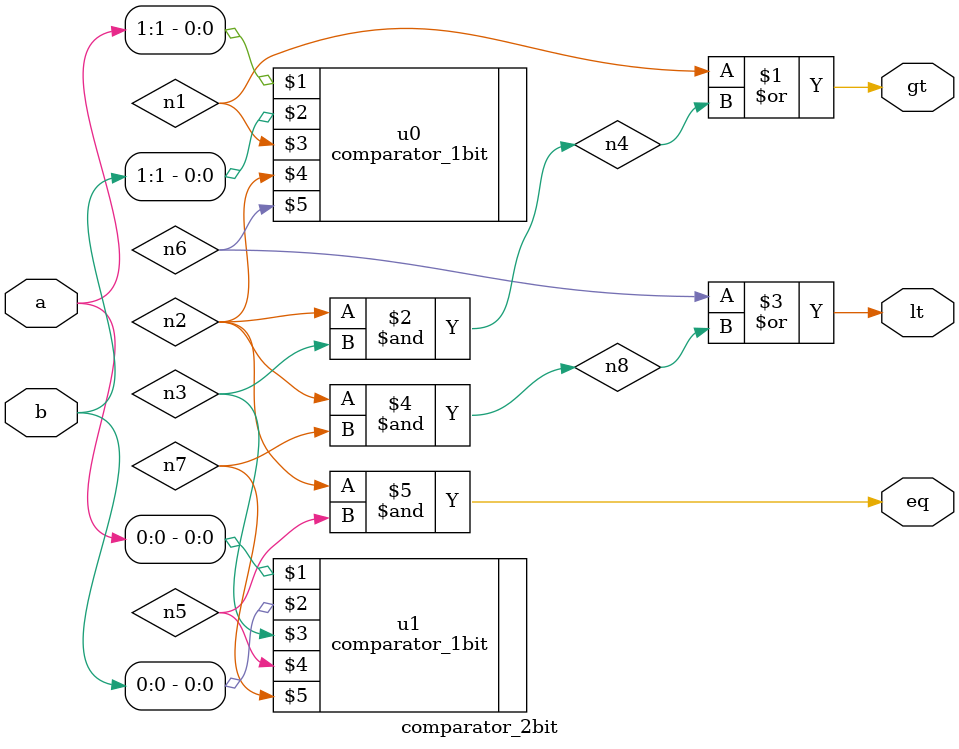
<source format=v>
`include "comparator_1bit_df.v"

module comparator_2bit(a, b, gt, eq, lt);
	input[1:0] a,b;
	output gt, eq, lt;
	
	//Instantiate two 1-bit comparators

	or(gt, n1, n4);
	and(n4, n2, n3);
	comparator_1bit	u0(a[1], b[1], n1, n2, n6);
	
	or(lt, n6 ,n8);
	and(n8, n2, n7);
	comparator_1bit u1(a[0], b[0], n3, n5, n7);

	and(eq, n2, n5);

endmodule

</source>
